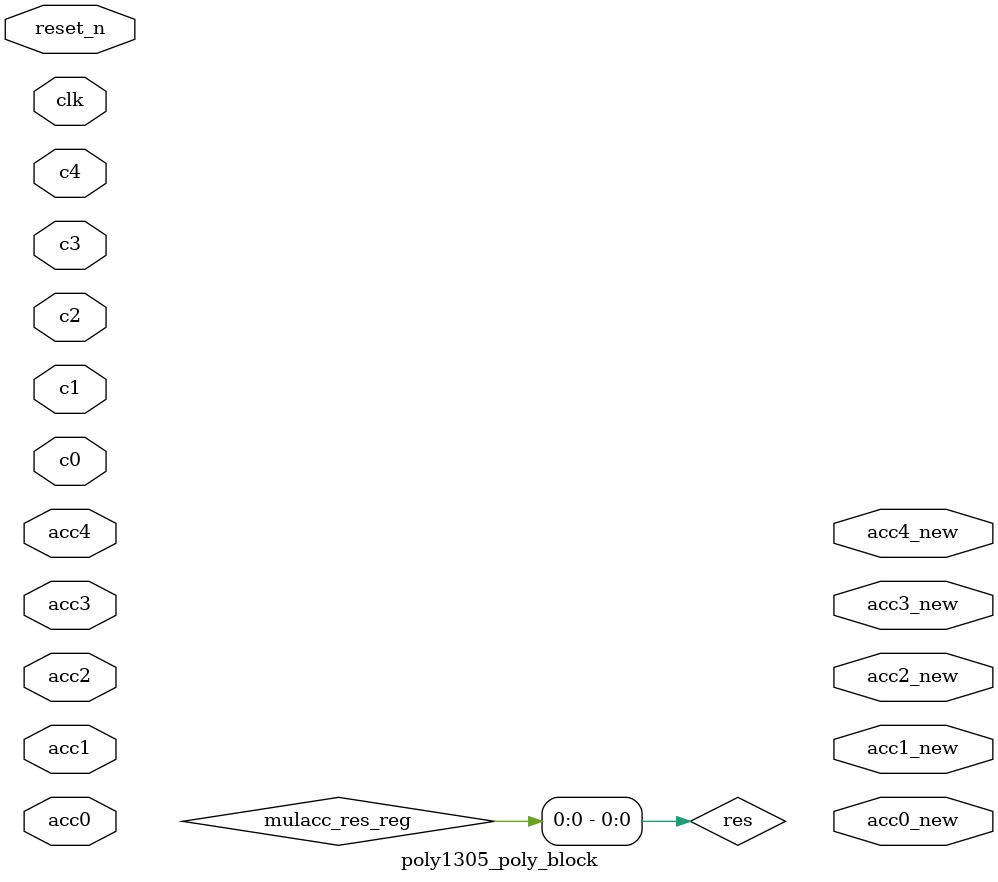
<source format=v>

module poly1305_poly_block(
                           input wire          clk,
                           input wire          reset_n,

                           input wire [31 : 0] acc0,
                           input wire [31 : 0] acc1,
                           input wire [31 : 0] acc2,
                           input wire [31 : 0] acc3,
                           input wire [31 : 0] acc4,

                           input wire [31 : 0] c0,
                           input wire [31 : 0] c1,
                           input wire [31 : 0] c2,
                           input wire [31 : 0] c3,
                           input wire [31 : 0] c4,

                           output wire [31 : 0] acc0_new,
                           output wire [31 : 0] acc1_new,
                           output wire [31 : 0] acc2_new,
                           output wire [31 : 0] acc3_new,
                           output wire [31 : 0] acc4_new
                          );

  //----------------------------------------------------------------
  // Registers including update variables and write enable.
  //----------------------------------------------------------------
  reg [63 : 0] mulacc_res_reg;
  reg [63 : 0] mulacc_res_new;


  //----------------------------------------------------------------
  // Concurrent connectivity for ports etc.
  //----------------------------------------------------------------
  assign res = mulacc_res_reg;


  //----------------------------------------------------------------
  // reg_update
  //
  // Update functionality for all registers in the core.
  // All registers are positive edge triggered with synchronous
  // active low reset.
  //----------------------------------------------------------------
  always @ (posedge clk)
    begin : reg_update
      if (!reset_n)
        begin
          mulacc_res_reg <= 64'h0;
        end
      else
        begin
          if (update)
            mulacc_res_reg <= mulacc_res_new;
        end
    end // reg_update


  //----------------------------------------------------------------
  // mac_logic
  //----------------------------------------------------------------
  always @*
    begin : mac_logic
      reg [63 : 0] mul_res;
      reg [63 : 0] mux_addop;

      mul_res = opa * opb;

      if (init)
        mux_addop = 64'h0;
      else
        mux_addop = mulacc_res_reg;

      mulacc_res_new = mul_res + mux_addop;
    end

endmodule // poly1305_mulacc

//======================================================================
// EOF poly1305_mulacc.v
//======================================================================

</source>
